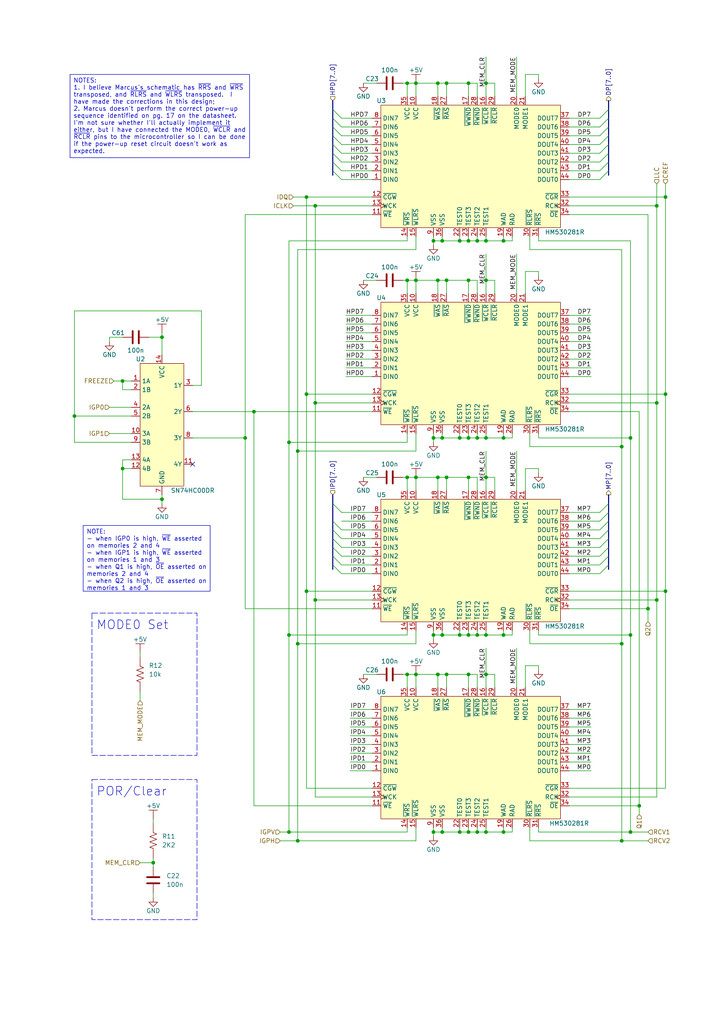
<source format=kicad_sch>
(kicad_sch (version 20230121) (generator eeschema)
  (paper "A4" portrait)
  (title_block (title "Time Base Corrector and Video Scaler") (date "2024-01-15") (rev "1"))
  (lib_symbols
    (symbol "tbc:+5V" (power) (pin_numbers hide) (pin_names (offset 1.016) hide)
      (property "Value" "+5V" (at 0 3.81 0))
      (symbol "+5V_0_1"
        (polyline (pts (xy -1.27 2.54) (xy 1.27 2.54)))
        (polyline (pts (xy 0 0) (xy 0 2.54)))
      )
      (symbol "+5V_1_1"
        (pin power_in line (at 0 0 90) (length 0) hide (name "+5V") (number "1"))
      )
    )
    (symbol "tbc:GCJ188R71H104KA12D" (pin_numbers hide) (pin_names (offset 1.016))
      (property "Reference" "C" (at 0 3.81 0))
      (property "Value" "100n" (at 0 -3.81 0))
      (symbol "GCJ188R71H104KA12D_0_1"
        (rectangle (start -0.889 1.778) (end -0.889 -1.778) (stroke (width 0.508)))
        (rectangle (start 0.889 1.778) (end 0.889 -1.778) (stroke (width 0.508)))
      )
      (symbol "GCJ188R71H104KA12D_1_1"
        (pin passive line (at -3.81 0 0) (length 2.794) (name "~") (number "1"))
        (pin passive line (at 3.81 0 180) (length 2.794) (name "~") (number "2"))
      )
    )
    (symbol "tbc:GND" (power) (pin_numbers hide) (pin_names (offset 0) hide)
      (property "Value" "GND" (at 0 -3.81 0))
      (symbol "GND_0_1"
        (polyline (pts (xy 0 0) (xy 0 -1.27) (xy 1.27 -1.27) (xy 0 -2.54) (xy -1.27 -1.27) (xy 0 -1.27)))
      )
      (symbol "GND_1_1"
        (pin power_in line (at 0 0 270) (length 0) hide (name "GND") (number "1"))
      )
    )
    (symbol "tbc:HM530281R"
      (property "Reference" "U" (at -25.4 19.05 0))
      (property "Value" "HM530281R" (at 25.4 -19.05 0))
      (symbol "HM530281R_0_0"
        (pin input line (at -29.21 -3.81 0) (length 2.54) (name "DIN0") (number "1"))
        (pin power_in line (at -16.51 20.32 270) (length 2.54) (name "VCC") (number "10"))
        (pin input line (at -29.21 -13.97 0) (length 2.54) (name "~{WE}") (number "11"))
        (pin input line (at -29.21 -8.89 0) (length 2.54) (name "~{CGW}") (number "12"))
        (pin input line (at -19.05 -20.32 90) (length 2.54) (name "~{WRS}") (number "14"))
        (pin input line (at -16.51 -20.32 90) (length 2.54) (name "~{WLRS}") (number "15"))
        (pin input line (at 3.81 20.32 270) (length 2.54) (name "~{WCLR}") (number "16"))
        (pin input line (at -1.27 20.32 270) (length 2.54) (name "~{WWND}") (number "17"))
        (pin input line (at -10.16 20.32 270) (length 2.54) (name "~{WAS}") (number "18"))
        (pin input line (at 8.89 -20.32 90) (length 2.54) (name "WAD") (number "19"))
        (pin input line (at -29.21 -1.27 0) (length 2.54) (name "DIN1") (number "2"))
        (pin input line (at 12.7 20.32 270) (length 2.54) (name "MODE0") (number "20"))
        (pin input line (at 15.24 20.32 270) (length 2.54) (name "MODE1") (number "21"))
        (pin input line (at -3.81 -20.32 90) (length 2.54) (name "TEST0") (number "22"))
        (pin input line (at -1.27 -20.32 90) (length 2.54) (name "TEST3") (number "23"))
        (pin input line (at 1.27 -20.32 90) (length 2.54) (name "TEST2") (number "24"))
        (pin input line (at 3.81 -20.32 90) (length 2.54) (name "TEST1") (number "25"))
        (pin input line (at 11.43 -20.32 90) (length 2.54) (name "RAD") (number "26"))
        (pin input line (at -7.62 20.32 270) (length 2.54) (name "~{RAS}") (number "27"))
        (pin input line (at 1.27 20.32 270) (length 2.54) (name "~{RWND}") (number "28"))
        (pin input line (at 6.35 20.32 270) (length 2.54) (name "~{RCLR}") (number "29"))
        (pin input line (at -29.21 1.27 0) (length 2.54) (name "DIN2") (number "3"))
        (pin input line (at 16.51 -20.32 90) (length 2.54) (name "~{RLRS}") (number "30"))
        (pin input line (at 19.05 -20.32 90) (length 2.54) (name "~{RRS}") (number "31"))
        (pin input line (at 27.94 -8.89 180) (length 2.54) (name "~{CGR}") (number "33"))
        (pin input line (at 27.94 -13.97 180) (length 2.54) (name "~{OE}") (number "34"))
        (pin power_in line (at -19.05 20.32 270) (length 2.54) (name "VCC") (number "35"))
        (pin power_in line (at -8.89 -20.32 90) (length 2.54) (name "VSS") (number "36"))
        (pin tri_state line (at 27.94 13.97 180) (length 2.54) (name "DOUT7") (number "37"))
        (pin tri_state line (at 27.94 11.43 180) (length 2.54) (name "DOUT6") (number "38"))
        (pin tri_state line (at 27.94 8.89 180) (length 2.54) (name "DOUT5") (number "39"))
        (pin input line (at -29.21 3.81 0) (length 2.54) (name "DIN3") (number "4"))
        (pin tri_state line (at 27.94 6.35 180) (length 2.54) (name "DOUT4") (number "40"))
        (pin tri_state line (at 27.94 3.81 180) (length 2.54) (name "DOUT3") (number "41"))
        (pin tri_state line (at 27.94 1.27 180) (length 2.54) (name "DOUT2") (number "42"))
        (pin tri_state line (at 27.94 -1.27 180) (length 2.54) (name "DOUT1") (number "43"))
        (pin tri_state line (at 27.94 -3.81 180) (length 2.54) (name "DOUT0") (number "44"))
        (pin input line (at -29.21 6.35 0) (length 2.54) (name "DIN4") (number "5"))
        (pin input line (at -29.21 8.89 0) (length 2.54) (name "DIN5") (number "6"))
        (pin input line (at -29.21 11.43 0) (length 2.54) (name "DIN6") (number "7"))
        (pin input line (at -29.21 13.97 0) (length 2.54) (name "DIN7") (number "8"))
        (pin power_in line (at -11.43 -20.32 90) (length 2.54) (name "VSS") (number "9"))
      )
      (symbol "HM530281R_1_0"
        (pin input clock (at -29.21 -11.43 0) (length 2.54) (name "WCK") (number "13"))
        (pin input clock (at 27.94 -11.43 180) (length 2.54) (name "RCK") (number "32"))
      )
      (symbol "HM530281R_1_1"
        (rectangle (start -26.67 17.78) (end 25.4 -17.78) (fill (type background)))
      )
    )
    (symbol "tbc:RC0603FR-0710KL" (pin_numbers hide) (pin_names (offset 1.016))
      (symbol "RC0603FR-0710KL_0_1"
        (polyline (pts (xy -2.2225 0) (xy -2.4765 0)))
        (polyline (pts (xy 2.3495 0) (xy 2.6035 0)))
        (polyline (pts (xy -2.2225 0) (xy -1.8415 1.016) (xy -1.4605 0) (xy -1.0795 -1.016) (xy -0.6985 0)))
        (polyline (pts (xy -0.6985 0) (xy -0.3175 1.016) (xy 0.0635 0) (xy 0.4445 -1.016) (xy 0.8255 0)))
        (polyline (pts (xy 0.8255 0) (xy 1.2065 1.016) (xy 1.5875 0) (xy 1.9685 -1.016) (xy 2.3495 0)))
      )
      (symbol "RC0603FR-0710KL_1_1"
        (pin passive line (at -5.08 0 0) (length 2.54) (name "~") (number "1"))
        (pin passive line (at 5.08 0 180) (length 2.54) (name "~") (number "2"))
      )
    )
    (symbol "tbc:RC0603FR-072K2L" (pin_numbers hide) (pin_names (offset 1.016))
      (property "Reference" "R" (at 0 -2.54 0))
      (property "Value" "2K2" (at 0 2.54 0))
      (symbol "RC0603FR-072K2L_0_1"
        (polyline (pts (xy -2.2225 0) (xy -2.4765 0)))
        (polyline (pts (xy 2.3495 0) (xy 2.6035 0)))
        (polyline (pts (xy -2.2225 0) (xy -1.8415 1.016) (xy -1.4605 0) (xy -1.0795 -1.016) (xy -0.6985 0)))
        (polyline (pts (xy -0.6985 0) (xy -0.3175 1.016) (xy 0.0635 0) (xy 0.4445 -1.016) (xy 0.8255 0)))
        (polyline (pts (xy 0.8255 0) (xy 1.2065 1.016) (xy 1.5875 0) (xy 1.9685 -1.016) (xy 2.3495 0)))
      )
      (symbol "RC0603FR-072K2L_1_1"
        (pin passive line (at -5.08 0 0) (length 2.54) (name "~") (number "1"))
        (pin passive line (at 5.08 0 180) (length 2.54) (name "~") (number "2"))
      )
    )
    (symbol "tbc:SN74HC00DR"
      (property "Reference" "U" (at -6.35 17.78 0))
      (property "Value" "SN74HC00DR" (at 8.89 -21.59 0))
      (symbol "SN74HC00DR_0_0"
        (pin input line (at -8.89 11.43 0) (length 2.54) (name "1A") (number "1"))
        (pin input line (at -8.89 -3.81 0) (length 2.54) (name "3A") (number "10"))
        (pin output line (at 8.89 -12.7 180) (length 2.54) (name "4Y") (number "11"))
        (pin input line (at -8.89 -13.97 0) (length 2.54) (name "4B") (number "12"))
        (pin input line (at -8.89 -11.43 0) (length 2.54) (name "4A") (number "13"))
        (pin power_in line (at 0 19.05 270) (length 2.54) (name "VCC") (number "14"))
        (pin input line (at -8.89 8.89 0) (length 2.54) (name "1B") (number "2"))
        (pin output line (at 8.89 10.16 180) (length 2.54) (name "1Y") (number "3"))
        (pin input line (at -8.89 3.81 0) (length 2.54) (name "2A") (number "4"))
        (pin input line (at -8.89 1.27 0) (length 2.54) (name "2B") (number "5"))
        (pin output line (at 8.89 2.54 180) (length 2.54) (name "2Y") (number "6"))
        (pin power_in line (at 0 -21.59 90) (length 2.54) (name "GND") (number "7"))
        (pin output line (at 8.89 -5.08 180) (length 2.54) (name "3Y") (number "8"))
        (pin input line (at -8.89 -6.35 0) (length 2.54) (name "3B") (number "9"))
      )
      (symbol "SN74HC00DR_1_1"
        (rectangle (start -6.35 16.51) (end 6.35 -19.05) (fill (type background)))
      )
    )
  )
  (junction (at 127 138.43))
  (junction (at 88.9 57.15))
  (junction (at 146.05 69.85))
  (junction (at 91.44 59.69))
  (junction (at 120.65 195.58))
  (junction (at 83.82 241.3))
  (junction (at 193.04 57.15))
  (junction (at 129.54 81.28))
  (junction (at 128.27 127))
  (junction (at 190.5 116.84))
  (junction (at 140.97 184.15))
  (junction (at 146.05 127))
  (junction (at 46.99 97.79))
  (junction (at 133.35 184.15))
  (junction (at 21.59 120.65))
  (junction (at 118.11 24.13))
  (junction (at 140.97 241.3))
  (junction (at 125.73 241.3))
  (junction (at 83.82 184.15))
  (junction (at 180.34 243.84))
  (junction (at 135.89 24.13))
  (junction (at 129.54 24.13))
  (junction (at 135.89 81.28))
  (junction (at 125.73 69.85))
  (junction (at 73.66 119.38))
  (junction (at 138.43 184.15))
  (junction (at 86.36 243.84))
  (junction (at 146.05 184.15))
  (junction (at 127 195.58))
  (junction (at 91.44 116.84))
  (junction (at 125.73 127))
  (junction (at 86.36 130.81))
  (junction (at 120.65 81.28))
  (junction (at 120.65 24.13))
  (junction (at 187.96 176.53))
  (junction (at 135.89 195.58))
  (junction (at 190.5 59.69))
  (junction (at 185.42 233.68))
  (junction (at 128.27 184.15))
  (junction (at 180.34 129.54))
  (junction (at 35.56 110.49))
  (junction (at 138.43 241.3))
  (junction (at 135.89 138.43))
  (junction (at 135.89 69.85))
  (junction (at 135.89 184.15))
  (junction (at 133.35 241.3))
  (junction (at 182.88 184.15))
  (junction (at 127 81.28))
  (junction (at 88.9 114.3))
  (junction (at 146.05 241.3))
  (junction (at 125.73 184.15))
  (junction (at 46.99 144.78))
  (junction (at 140.97 24.13))
  (junction (at 135.89 241.3))
  (junction (at 127 24.13))
  (junction (at 140.97 138.43))
  (junction (at 140.97 81.28))
  (junction (at 190.5 173.99))
  (junction (at 128.27 69.85))
  (junction (at 91.44 173.99))
  (junction (at 118.11 138.43))
  (junction (at 35.56 135.89))
  (junction (at 129.54 195.58))
  (junction (at 133.35 69.85))
  (junction (at 118.11 81.28))
  (junction (at 88.9 171.45))
  (junction (at 83.82 128.27))
  (junction (at 138.43 69.85))
  (junction (at 71.12 127))
  (junction (at 193.04 114.3))
  (junction (at 182.88 241.3))
  (junction (at 182.88 127))
  (junction (at 140.97 127))
  (junction (at 133.35 127))
  (junction (at 135.89 127))
  (junction (at 180.34 186.69))
  (junction (at 120.65 138.43))
  (junction (at 44.45 250.19))
  (junction (at 193.04 171.45))
  (junction (at 140.97 195.58))
  (junction (at 128.27 241.3))
  (junction (at 138.43 127))
  (junction (at 86.36 186.69))
  (junction (at 118.11 195.58))
  (junction (at 140.97 69.85))
  (junction (at 129.54 138.43))
  (no_connect (at 55.88 134.62))
  (bus_entry (at 173.99 46.99) (size 2.54 -2.54))
  (bus_entry (at 173.99 34.29) (size 2.54 -2.54))
  (bus_entry (at 173.99 52.07) (size 2.54 -2.54))
  (bus_entry (at 173.99 158.75) (size 2.54 -2.54))
  (bus_entry (at 173.99 161.29) (size 2.54 -2.54))
  (bus_entry (at 96.52 153.67) (size 2.54 2.54))
  (bus_entry (at 173.99 41.91) (size 2.54 -2.54))
  (bus_entry (at 173.99 156.21) (size 2.54 -2.54))
  (bus_entry (at 96.52 41.91) (size 2.54 2.54))
  (bus_entry (at 173.99 44.45) (size 2.54 -2.54))
  (bus_entry (at 173.99 39.37) (size 2.54 -2.54))
  (bus_entry (at 96.52 156.21) (size 2.54 2.54))
  (bus_entry (at 96.52 146.05) (size 2.54 2.54))
  (bus_entry (at 96.52 39.37) (size 2.54 2.54))
  (bus_entry (at 96.52 151.13) (size 2.54 2.54))
  (bus_entry (at 173.99 148.59) (size 2.54 -2.54))
  (bus_entry (at 173.99 153.67) (size 2.54 -2.54))
  (bus_entry (at 96.52 158.75) (size 2.54 2.54))
  (bus_entry (at 173.99 166.37) (size 2.54 -2.54))
  (bus_entry (at 96.52 163.83) (size 2.54 2.54))
  (bus_entry (at 96.52 49.53) (size 2.54 2.54))
  (bus_entry (at 96.52 31.75) (size 2.54 2.54))
  (bus_entry (at 96.52 36.83) (size 2.54 2.54))
  (bus_entry (at 96.52 46.99) (size 2.54 2.54))
  (bus_entry (at 173.99 49.53) (size 2.54 -2.54))
  (bus_entry (at 173.99 163.83) (size 2.54 -2.54))
  (bus_entry (at 173.99 151.13) (size 2.54 -2.54))
  (bus_entry (at 96.52 44.45) (size 2.54 2.54))
  (bus_entry (at 173.99 36.83) (size 2.54 -2.54))
  (bus_entry (at 96.52 161.29) (size 2.54 2.54))
  (bus_entry (at 96.52 34.29) (size 2.54 2.54))
  (wire (pts (xy 127 81.28) (xy 129.54 81.28)))
  (wire (pts (xy 129.54 81.28) (xy 129.54 85.09)))
  (wire (pts (xy 152.4 135.89) (xy 152.4 142.24)))
  (wire (pts (xy 165.1 39.37) (xy 173.99 39.37)))
  (wire (pts (xy 165.1 233.68) (xy 185.42 233.68)))
  (bus (pts (xy 176.53 153.67) (xy 176.53 156.21)))
  (wire (pts (xy 107.95 114.3) (xy 88.9 114.3)))
  (wire (pts (xy 138.43 68.58) (xy 138.43 69.85)))
  (bus (pts (xy 96.52 156.21) (xy 96.52 158.75)))
  (wire (pts (xy 31.75 125.73) (xy 38.1 125.73)))
  (wire (pts (xy 120.65 243.84) (xy 86.36 243.84)))
  (wire (pts (xy 148.59 69.85) (xy 148.59 68.58)))
  (wire (pts (xy 140.97 195.58) (xy 143.51 195.58)))
  (bus (pts (xy 96.52 39.37) (xy 96.52 41.91)))
  (wire (pts (xy 83.82 69.85) (xy 118.11 69.85)))
  (wire (pts (xy 118.11 138.43) (xy 120.65 138.43)))
  (bus (pts (xy 176.53 36.83) (xy 176.53 39.37)))
  (wire (pts (xy 100.33 106.68) (xy 107.95 106.68)))
  (wire (pts (xy 81.28 243.84) (xy 86.36 243.84)))
  (wire (pts (xy 190.5 231.14) (xy 165.1 231.14)))
  (wire (pts (xy 118.11 195.58) (xy 120.65 195.58)))
  (wire (pts (xy 127 195.58) (xy 127 199.39)))
  (wire (pts (xy 120.65 195.58) (xy 127 195.58)))
  (wire (pts (xy 101.6 223.52) (xy 107.95 223.52)))
  (wire (pts (xy 118.11 24.13) (xy 118.11 27.94)))
  (wire (pts (xy 120.65 81.28) (xy 127 81.28)))
  (wire (pts (xy 180.34 72.39) (xy 153.67 72.39)))
  (wire (pts (xy 101.6 220.98) (xy 107.95 220.98)))
  (bus (pts (xy 176.53 34.29) (xy 176.53 36.83)))
  (wire (pts (xy 140.97 81.28) (xy 143.51 81.28)))
  (wire (pts (xy 71.12 176.53) (xy 107.95 176.53)))
  (wire (pts (xy 107.95 59.69) (xy 91.44 59.69)))
  (wire (pts (xy 165.1 36.83) (xy 173.99 36.83)))
  (bus (pts (xy 96.52 151.13) (xy 96.52 153.67)))
  (wire (pts (xy 133.35 69.85) (xy 135.89 69.85)))
  (wire (pts (xy 165.1 218.44) (xy 171.45 218.44)))
  (wire (pts (xy 140.97 16.51) (xy 140.97 24.13)))
  (wire (pts (xy 165.1 176.53) (xy 187.96 176.53)))
  (wire (pts (xy 140.97 24.13) (xy 143.51 24.13)))
  (wire (pts (xy 128.27 241.3) (xy 133.35 241.3)))
  (wire (pts (xy 135.89 68.58) (xy 135.89 69.85)))
  (wire (pts (xy 146.05 182.88) (xy 146.05 184.15)))
  (wire (pts (xy 100.33 101.6) (xy 107.95 101.6)))
  (wire (pts (xy 138.43 81.28) (xy 135.89 81.28)))
  (wire (pts (xy 140.97 24.13) (xy 140.97 27.94)))
  (wire (pts (xy 21.59 120.65) (xy 38.1 120.65)))
  (wire (pts (xy 138.43 69.85) (xy 140.97 69.85)))
  (wire (pts (xy 105.41 195.58) (xy 109.22 195.58)))
  (wire (pts (xy 118.11 182.88) (xy 118.11 184.15)))
  (wire (pts (xy 165.1 101.6) (xy 171.45 101.6)))
  (wire (pts (xy 133.35 241.3) (xy 135.89 241.3)))
  (bus (pts (xy 96.52 146.05) (xy 96.52 151.13)))
  (bus (pts (xy 96.52 49.53) (xy 96.52 50.8)))
  (wire (pts (xy 138.43 125.73) (xy 138.43 127)))
  (wire (pts (xy 165.1 62.23) (xy 187.96 62.23)))
  (wire (pts (xy 156.21 22.86) (xy 156.21 21.59)))
  (wire (pts (xy 88.9 171.45) (xy 107.95 171.45)))
  (wire (pts (xy 55.88 127) (xy 71.12 127)))
  (wire (pts (xy 165.1 151.13) (xy 173.99 151.13)))
  (wire (pts (xy 135.89 81.28) (xy 135.89 85.09)))
  (wire (pts (xy 91.44 116.84) (xy 91.44 173.99)))
  (wire (pts (xy 125.73 184.15) (xy 128.27 184.15)))
  (wire (pts (xy 193.04 114.3) (xy 193.04 171.45)))
  (wire (pts (xy 138.43 241.3) (xy 140.97 241.3)))
  (wire (pts (xy 83.82 128.27) (xy 83.82 69.85)))
  (bus (pts (xy 96.52 34.29) (xy 96.52 36.83)))
  (wire (pts (xy 165.1 34.29) (xy 173.99 34.29)))
  (wire (pts (xy 133.35 240.03) (xy 133.35 241.3)))
  (wire (pts (xy 35.56 135.89) (xy 38.1 135.89)))
  (wire (pts (xy 135.89 182.88) (xy 135.89 184.15)))
  (wire (pts (xy 128.27 184.15) (xy 133.35 184.15)))
  (bus (pts (xy 176.53 151.13) (xy 176.53 153.67)))
  (wire (pts (xy 55.88 119.38) (xy 73.66 119.38)))
  (wire (pts (xy 190.5 59.69) (xy 190.5 116.84)))
  (wire (pts (xy 156.21 78.74) (xy 152.4 78.74)))
  (wire (pts (xy 180.34 72.39) (xy 180.34 129.54)))
  (wire (pts (xy 120.65 125.73) (xy 120.65 130.81)))
  (wire (pts (xy 146.05 127) (xy 148.59 127)))
  (wire (pts (xy 165.1 153.67) (xy 173.99 153.67)))
  (wire (pts (xy 101.6 213.36) (xy 107.95 213.36)))
  (wire (pts (xy 35.56 110.49) (xy 38.1 110.49)))
  (wire (pts (xy 71.12 62.23) (xy 107.95 62.23)))
  (bus (pts (xy 176.53 156.21) (xy 176.53 158.75)))
  (wire (pts (xy 118.11 240.03) (xy 118.11 241.3)))
  (wire (pts (xy 138.43 240.03) (xy 138.43 241.3)))
  (wire (pts (xy 156.21 193.04) (xy 152.4 193.04)))
  (bus (pts (xy 176.53 158.75) (xy 176.53 161.29)))
  (wire (pts (xy 118.11 81.28) (xy 120.65 81.28)))
  (wire (pts (xy 138.43 81.28) (xy 138.43 85.09)))
  (wire (pts (xy 101.6 218.44) (xy 107.95 218.44)))
  (wire (pts (xy 135.89 69.85) (xy 138.43 69.85)))
  (wire (pts (xy 165.1 109.22) (xy 171.45 109.22)))
  (wire (pts (xy 133.35 125.73) (xy 133.35 127)))
  (wire (pts (xy 153.67 243.84) (xy 180.34 243.84)))
  (wire (pts (xy 156.21 127) (xy 156.21 125.73)))
  (wire (pts (xy 127 138.43) (xy 129.54 138.43)))
  (wire (pts (xy 190.5 116.84) (xy 190.5 173.99)))
  (wire (pts (xy 156.21 241.3) (xy 182.88 241.3)))
  (wire (pts (xy 182.88 127) (xy 182.88 184.15)))
  (wire (pts (xy 135.89 127) (xy 138.43 127)))
  (wire (pts (xy 165.1 148.59) (xy 173.99 148.59)))
  (wire (pts (xy 156.21 69.85) (xy 156.21 68.58)))
  (wire (pts (xy 99.06 39.37) (xy 107.95 39.37)))
  (wire (pts (xy 146.05 241.3) (xy 148.59 241.3)))
  (wire (pts (xy 133.35 184.15) (xy 135.89 184.15)))
  (wire (pts (xy 120.65 72.39) (xy 120.65 68.58)))
  (wire (pts (xy 73.66 119.38) (xy 107.95 119.38)))
  (wire (pts (xy 180.34 129.54) (xy 180.34 186.69)))
  (wire (pts (xy 120.65 240.03) (xy 120.65 243.84)))
  (wire (pts (xy 31.75 118.11) (xy 38.1 118.11)))
  (wire (pts (xy 133.35 127) (xy 135.89 127)))
  (wire (pts (xy 81.28 241.3) (xy 83.82 241.3)))
  (wire (pts (xy 99.06 156.21) (xy 107.95 156.21)))
  (wire (pts (xy 193.04 57.15) (xy 165.1 57.15)))
  (wire (pts (xy 127 138.43) (xy 127 142.24)))
  (wire (pts (xy 100.33 109.22) (xy 107.95 109.22)))
  (wire (pts (xy 118.11 81.28) (xy 118.11 85.09)))
  (wire (pts (xy 105.41 81.28) (xy 109.22 81.28)))
  (wire (pts (xy 143.51 85.09) (xy 143.51 81.28)))
  (wire (pts (xy 118.11 69.85) (xy 118.11 68.58)))
  (wire (pts (xy 46.99 144.78) (xy 35.56 144.78)))
  (wire (pts (xy 138.43 24.13) (xy 138.43 27.94)))
  (wire (pts (xy 152.4 193.04) (xy 152.4 199.39)))
  (wire (pts (xy 156.21 184.15) (xy 156.21 182.88)))
  (wire (pts (xy 99.06 163.83) (xy 107.95 163.83)))
  (bus (pts (xy 96.52 163.83) (xy 96.52 165.1)))
  (wire (pts (xy 120.65 182.88) (xy 120.65 186.69)))
  (wire (pts (xy 193.04 228.6) (xy 165.1 228.6)))
  (wire (pts (xy 99.06 49.53) (xy 107.95 49.53)))
  (bus (pts (xy 176.53 148.59) (xy 176.53 151.13)))
  (wire (pts (xy 71.12 127) (xy 71.12 176.53)))
  (wire (pts (xy 193.04 53.34) (xy 193.04 57.15)))
  (wire (pts (xy 135.89 241.3) (xy 138.43 241.3)))
  (wire (pts (xy 128.27 68.58) (xy 128.27 69.85)))
  (wire (pts (xy 128.27 125.73) (xy 128.27 127)))
  (bus (pts (xy 176.53 146.05) (xy 176.53 148.59)))
  (wire (pts (xy 153.67 72.39) (xy 153.67 68.58)))
  (wire (pts (xy 165.1 99.06) (xy 171.45 99.06)))
  (wire (pts (xy 143.51 142.24) (xy 143.51 138.43)))
  (wire (pts (xy 148.59 241.3) (xy 148.59 240.03)))
  (wire (pts (xy 40.64 250.19) (xy 44.45 250.19)))
  (wire (pts (xy 185.42 233.68) (xy 185.42 119.38)))
  (wire (pts (xy 120.65 24.13) (xy 127 24.13)))
  (wire (pts (xy 44.45 248.92) (xy 44.45 250.19)))
  (wire (pts (xy 125.73 127) (xy 128.27 127)))
  (wire (pts (xy 88.9 228.6) (xy 88.9 171.45)))
  (wire (pts (xy 129.54 195.58) (xy 135.89 195.58)))
  (bus (pts (xy 176.53 31.75) (xy 176.53 34.29)))
  (wire (pts (xy 88.9 57.15) (xy 107.95 57.15)))
  (wire (pts (xy 105.41 138.43) (xy 109.22 138.43)))
  (wire (pts (xy 46.99 144.78) (xy 46.99 146.05)))
  (wire (pts (xy 127 195.58) (xy 129.54 195.58)))
  (wire (pts (xy 143.51 27.94) (xy 143.51 24.13)))
  (bus (pts (xy 96.52 158.75) (xy 96.52 161.29)))
  (wire (pts (xy 156.21 80.01) (xy 156.21 78.74)))
  (wire (pts (xy 140.97 68.58) (xy 140.97 69.85)))
  (wire (pts (xy 165.1 173.99) (xy 190.5 173.99)))
  (wire (pts (xy 153.67 129.54) (xy 153.67 125.73)))
  (wire (pts (xy 21.59 120.65) (xy 21.59 128.27)))
  (wire (pts (xy 148.59 184.15) (xy 148.59 182.88)))
  (wire (pts (xy 135.89 138.43) (xy 135.89 142.24)))
  (wire (pts (xy 107.95 231.14) (xy 91.44 231.14)))
  (wire (pts (xy 165.1 205.74) (xy 171.45 205.74)))
  (wire (pts (xy 125.73 241.3) (xy 125.73 242.57)))
  (wire (pts (xy 116.84 81.28) (xy 118.11 81.28)))
  (wire (pts (xy 182.88 241.3) (xy 187.96 241.3)))
  (wire (pts (xy 21.59 128.27) (xy 38.1 128.27)))
  (wire (pts (xy 88.9 57.15) (xy 88.9 114.3)))
  (wire (pts (xy 135.89 195.58) (xy 135.89 199.39)))
  (wire (pts (xy 182.88 127) (xy 182.88 69.85)))
  (wire (pts (xy 138.43 182.88) (xy 138.43 184.15)))
  (bus (pts (xy 176.53 46.99) (xy 176.53 49.53)))
  (wire (pts (xy 165.1 161.29) (xy 173.99 161.29)))
  (bus (pts (xy 96.52 143.51) (xy 96.52 146.05)))
  (wire (pts (xy 40.64 200.66) (xy 40.64 203.2)))
  (wire (pts (xy 185.42 236.22) (xy 185.42 233.68)))
  (wire (pts (xy 86.36 72.39) (xy 120.65 72.39)))
  (wire (pts (xy 138.43 138.43) (xy 135.89 138.43)))
  (wire (pts (xy 165.1 208.28) (xy 171.45 208.28)))
  (wire (pts (xy 140.97 184.15) (xy 146.05 184.15)))
  (wire (pts (xy 135.89 24.13) (xy 135.89 27.94)))
  (wire (pts (xy 165.1 49.53) (xy 173.99 49.53)))
  (wire (pts (xy 86.36 130.81) (xy 86.36 186.69)))
  (wire (pts (xy 118.11 138.43) (xy 118.11 142.24)))
  (wire (pts (xy 31.75 97.79) (xy 35.56 97.79)))
  (bus (pts (xy 176.53 29.21) (xy 176.53 31.75)))
  (wire (pts (xy 156.21 194.31) (xy 156.21 193.04)))
  (wire (pts (xy 86.36 130.81) (xy 120.65 130.81)))
  (bus (pts (xy 96.52 41.91) (xy 96.52 44.45)))
  (wire (pts (xy 182.88 127) (xy 156.21 127)))
  (wire (pts (xy 118.11 128.27) (xy 118.11 125.73)))
  (wire (pts (xy 153.67 182.88) (xy 153.67 186.69)))
  (wire (pts (xy 156.21 135.89) (xy 152.4 135.89)))
  (wire (pts (xy 165.1 46.99) (xy 173.99 46.99)))
  (wire (pts (xy 58.42 111.76) (xy 58.42 90.17)))
  (bus (pts (xy 176.53 41.91) (xy 176.53 44.45)))
  (wire (pts (xy 165.1 116.84) (xy 190.5 116.84)))
  (wire (pts (xy 156.21 21.59) (xy 152.4 21.59)))
  (wire (pts (xy 99.06 46.99) (xy 107.95 46.99)))
  (wire (pts (xy 125.73 184.15) (xy 125.73 185.42)))
  (wire (pts (xy 118.11 24.13) (xy 120.65 24.13)))
  (wire (pts (xy 140.97 127) (xy 146.05 127)))
  (wire (pts (xy 193.04 171.45) (xy 193.04 228.6)))
  (wire (pts (xy 120.65 138.43) (xy 127 138.43)))
  (wire (pts (xy 73.66 119.38) (xy 73.66 233.68)))
  (wire (pts (xy 193.04 57.15) (xy 193.04 114.3)))
  (wire (pts (xy 118.11 195.58) (xy 118.11 199.39)))
  (wire (pts (xy 129.54 24.13) (xy 129.54 27.94)))
  (wire (pts (xy 99.06 34.29) (xy 107.95 34.29)))
  (wire (pts (xy 116.84 24.13) (xy 118.11 24.13)))
  (wire (pts (xy 99.06 41.91) (xy 107.95 41.91)))
  (wire (pts (xy 146.05 69.85) (xy 148.59 69.85)))
  (wire (pts (xy 165.1 156.21) (xy 173.99 156.21)))
  (wire (pts (xy 128.27 182.88) (xy 128.27 184.15)))
  (wire (pts (xy 143.51 199.39) (xy 143.51 195.58)))
  (wire (pts (xy 148.59 127) (xy 148.59 125.73)))
  (bus (pts (xy 96.52 44.45) (xy 96.52 46.99)))
  (wire (pts (xy 100.33 93.98) (xy 107.95 93.98)))
  (wire (pts (xy 120.65 24.13) (xy 120.65 27.94)))
  (wire (pts (xy 35.56 133.35) (xy 38.1 133.35)))
  (wire (pts (xy 149.86 16.51) (xy 149.86 27.94)))
  (wire (pts (xy 107.95 228.6) (xy 88.9 228.6)))
  (wire (pts (xy 125.73 240.03) (xy 125.73 241.3)))
  (wire (pts (xy 153.67 186.69) (xy 180.34 186.69)))
  (wire (pts (xy 165.1 158.75) (xy 173.99 158.75)))
  (wire (pts (xy 128.27 127) (xy 133.35 127)))
  (wire (pts (xy 180.34 243.84) (xy 187.96 243.84)))
  (wire (pts (xy 101.6 208.28) (xy 107.95 208.28)))
  (wire (pts (xy 165.1 52.07) (xy 173.99 52.07)))
  (wire (pts (xy 73.66 233.68) (xy 107.95 233.68)))
  (wire (pts (xy 156.21 137.16) (xy 156.21 135.89)))
  (bus (pts (xy 176.53 44.45) (xy 176.53 46.99)))
  (wire (pts (xy 40.64 189.23) (xy 40.64 190.5)))
  (wire (pts (xy 165.1 163.83) (xy 173.99 163.83)))
  (wire (pts (xy 35.56 135.89) (xy 35.56 133.35)))
  (wire (pts (xy 46.99 97.79) (xy 46.99 102.87)))
  (wire (pts (xy 129.54 138.43) (xy 129.54 142.24)))
  (bus (pts (xy 176.53 49.53) (xy 176.53 50.8)))
  (wire (pts (xy 99.06 44.45) (xy 107.95 44.45)))
  (wire (pts (xy 140.97 138.43) (xy 140.97 142.24)))
  (wire (pts (xy 165.1 215.9) (xy 171.45 215.9)))
  (wire (pts (xy 58.42 90.17) (xy 21.59 90.17)))
  (wire (pts (xy 38.1 113.03) (xy 35.56 113.03)))
  (wire (pts (xy 43.18 97.79) (xy 46.99 97.79)))
  (bus (pts (xy 96.52 36.83) (xy 96.52 39.37)))
  (wire (pts (xy 91.44 173.99) (xy 107.95 173.99)))
  (wire (pts (xy 140.97 130.81) (xy 140.97 138.43)))
  (wire (pts (xy 138.43 138.43) (xy 138.43 142.24)))
  (wire (pts (xy 146.05 68.58) (xy 146.05 69.85)))
  (wire (pts (xy 152.4 78.74) (xy 152.4 85.09)))
  (wire (pts (xy 129.54 195.58) (xy 129.54 199.39)))
  (wire (pts (xy 165.1 213.36) (xy 171.45 213.36)))
  (wire (pts (xy 116.84 195.58) (xy 118.11 195.58)))
  (wire (pts (xy 125.73 127) (xy 125.73 128.27)))
  (wire (pts (xy 165.1 220.98) (xy 171.45 220.98)))
  (wire (pts (xy 185.42 119.38) (xy 165.1 119.38)))
  (wire (pts (xy 165.1 210.82) (xy 171.45 210.82)))
  (wire (pts (xy 146.05 125.73) (xy 146.05 127)))
  (wire (pts (xy 133.35 68.58) (xy 133.35 69.85)))
  (wire (pts (xy 100.33 96.52) (xy 107.95 96.52)))
  (bus (pts (xy 176.53 163.83) (xy 176.53 165.1)))
  (wire (pts (xy 58.42 111.76) (xy 55.88 111.76)))
  (wire (pts (xy 129.54 81.28) (xy 135.89 81.28)))
  (wire (pts (xy 99.06 148.59) (xy 107.95 148.59)))
  (wire (pts (xy 85.09 57.15) (xy 88.9 57.15)))
  (wire (pts (xy 99.06 151.13) (xy 107.95 151.13)))
  (wire (pts (xy 165.1 41.91) (xy 173.99 41.91)))
  (wire (pts (xy 120.65 138.43) (xy 120.65 142.24)))
  (bus (pts (xy 96.52 29.21) (xy 96.52 31.75)))
  (wire (pts (xy 46.99 96.52) (xy 46.99 97.79)))
  (wire (pts (xy 165.1 93.98) (xy 171.45 93.98)))
  (wire (pts (xy 146.05 184.15) (xy 148.59 184.15)))
  (wire (pts (xy 165.1 223.52) (xy 171.45 223.52)))
  (wire (pts (xy 128.27 240.03) (xy 128.27 241.3)))
  (wire (pts (xy 127 24.13) (xy 127 27.94)))
  (wire (pts (xy 100.33 104.14) (xy 107.95 104.14)))
  (wire (pts (xy 140.97 69.85) (xy 146.05 69.85)))
  (wire (pts (xy 146.05 240.03) (xy 146.05 241.3)))
  (wire (pts (xy 99.06 161.29) (xy 107.95 161.29)))
  (wire (pts (xy 190.5 59.69) (xy 165.1 59.69)))
  (wire (pts (xy 182.88 184.15) (xy 156.21 184.15)))
  (wire (pts (xy 46.99 143.51) (xy 46.99 144.78)))
  (wire (pts (xy 99.06 36.83) (xy 107.95 36.83)))
  (wire (pts (xy 165.1 96.52) (xy 171.45 96.52)))
  (wire (pts (xy 140.97 187.96) (xy 140.97 195.58)))
  (wire (pts (xy 129.54 138.43) (xy 135.89 138.43)))
  (wire (pts (xy 33.02 110.49) (xy 35.56 110.49)))
  (wire (pts (xy 140.97 241.3) (xy 146.05 241.3)))
  (wire (pts (xy 153.67 240.03) (xy 153.67 243.84)))
  (wire (pts (xy 120.65 195.58) (xy 120.65 199.39)))
  (wire (pts (xy 180.34 186.69) (xy 180.34 243.84)))
  (wire (pts (xy 135.89 240.03) (xy 135.89 241.3)))
  (wire (pts (xy 85.09 59.69) (xy 91.44 59.69)))
  (wire (pts (xy 190.5 173.99) (xy 190.5 231.14)))
  (wire (pts (xy 83.82 128.27) (xy 83.82 184.15)))
  (wire (pts (xy 187.96 176.53) (xy 187.96 62.23)))
  (wire (pts (xy 149.86 187.96) (xy 149.86 199.39)))
  (wire (pts (xy 138.43 24.13) (xy 135.89 24.13)))
  (bus (pts (xy 176.53 39.37) (xy 176.53 41.91)))
  (wire (pts (xy 35.56 144.78) (xy 35.56 135.89)))
  (bus (pts (xy 96.52 31.75) (xy 96.52 34.29)))
  (wire (pts (xy 152.4 21.59) (xy 152.4 27.94)))
  (bus (pts (xy 176.53 161.29) (xy 176.53 163.83)))
  (wire (pts (xy 35.56 113.03) (xy 35.56 110.49)))
  (wire (pts (xy 165.1 91.44) (xy 171.45 91.44)))
  (wire (pts (xy 180.34 129.54) (xy 153.67 129.54)))
  (wire (pts (xy 83.82 128.27) (xy 118.11 128.27)))
  (wire (pts (xy 138.43 184.15) (xy 140.97 184.15)))
  (wire (pts (xy 118.11 241.3) (xy 83.82 241.3)))
  (wire (pts (xy 100.33 91.44) (xy 107.95 91.44)))
  (wire (pts (xy 86.36 130.81) (xy 86.36 72.39)))
  (wire (pts (xy 190.5 53.34) (xy 190.5 59.69)))
  (wire (pts (xy 140.97 81.28) (xy 140.97 85.09)))
  (wire (pts (xy 133.35 182.88) (xy 133.35 184.15)))
  (wire (pts (xy 83.82 184.15) (xy 118.11 184.15)))
  (wire (pts (xy 125.73 241.3) (xy 128.27 241.3)))
  (wire (pts (xy 156.21 241.3) (xy 156.21 240.03)))
  (wire (pts (xy 149.86 130.81) (xy 149.86 142.24)))
  (wire (pts (xy 21.59 90.17) (xy 21.59 120.65)))
  (wire (pts (xy 44.45 250.19) (xy 44.45 251.46)))
  (wire (pts (xy 135.89 125.73) (xy 135.89 127)))
  (wire (pts (xy 44.45 237.49) (xy 44.45 238.76)))
  (wire (pts (xy 83.82 184.15) (xy 83.82 241.3)))
  (wire (pts (xy 125.73 68.58) (xy 125.73 69.85)))
  (wire (pts (xy 140.97 125.73) (xy 140.97 127)))
  (wire (pts (xy 135.89 184.15) (xy 138.43 184.15)))
  (wire (pts (xy 99.06 158.75) (xy 107.95 158.75)))
  (wire (pts (xy 127 81.28) (xy 127 85.09)))
  (bus (pts (xy 96.52 46.99) (xy 96.52 49.53)))
  (wire (pts (xy 165.1 166.37) (xy 173.99 166.37)))
  (wire (pts (xy 125.73 125.73) (xy 125.73 127)))
  (wire (pts (xy 125.73 69.85) (xy 128.27 69.85)))
  (bus (pts (xy 96.52 153.67) (xy 96.52 156.21)))
  (wire (pts (xy 182.88 184.15) (xy 182.88 241.3)))
  (wire (pts (xy 71.12 127) (xy 71.12 62.23)))
  (wire (pts (xy 165.1 104.14) (xy 171.45 104.14)))
  (wire (pts (xy 99.06 166.37) (xy 107.95 166.37)))
  (wire (pts (xy 128.27 69.85) (xy 133.35 69.85)))
  (wire (pts (xy 140.97 73.66) (xy 140.97 81.28)))
  (wire (pts (xy 125.73 182.88) (xy 125.73 184.15)))
  (wire (pts (xy 187.96 176.53) (xy 187.96 180.34)))
  (wire (pts (xy 138.43 127) (xy 140.97 127)))
  (wire (pts (xy 127 24.13) (xy 129.54 24.13)))
  (wire (pts (xy 165.1 44.45) (xy 173.99 44.45)))
  (wire (pts (xy 101.6 210.82) (xy 107.95 210.82)))
  (wire (pts (xy 105.41 24.13) (xy 109.22 24.13)))
  (wire (pts (xy 182.88 69.85) (xy 156.21 69.85)))
  (wire (pts (xy 44.45 259.08) (xy 44.45 260.35)))
  (wire (pts (xy 140.97 240.03) (xy 140.97 241.3)))
  (wire (pts (xy 101.6 215.9) (xy 107.95 215.9)))
  (wire (pts (xy 31.75 97.79) (xy 31.75 99.06)))
  (wire (pts (xy 165.1 114.3) (xy 193.04 114.3)))
  (wire (pts (xy 129.54 24.13) (xy 135.89 24.13)))
  (wire (pts (xy 86.36 186.69) (xy 86.36 243.84)))
  (wire (pts (xy 91.44 116.84) (xy 107.95 116.84)))
  (wire (pts (xy 99.06 52.07) (xy 107.95 52.07)))
  (wire (pts (xy 193.04 171.45) (xy 165.1 171.45)))
  (wire (pts (xy 125.73 69.85) (xy 125.73 71.12)))
  (wire (pts (xy 165.1 106.68) (xy 171.45 106.68)))
  (wire (pts (xy 116.84 138.43) (xy 118.11 138.43)))
  (bus (pts (xy 176.53 143.51) (xy 176.53 146.05)))
  (wire (pts (xy 100.33 99.06) (xy 107.95 99.06)))
  (wire (pts (xy 140.97 182.88) (xy 140.97 184.15)))
  (wire (pts (xy 149.86 73.66) (xy 149.86 85.09)))
  (wire (pts (xy 140.97 195.58) (xy 140.97 199.39)))
  (wire (pts (xy 99.06 153.67) (xy 107.95 153.67)))
  (wire (pts (xy 101.6 205.74) (xy 107.95 205.74)))
  (wire (pts (xy 120.65 81.28) (xy 120.65 85.09)))
  (bus (pts (xy 96.52 161.29) (xy 96.52 163.83)))
  (wire (pts (xy 88.9 114.3) (xy 88.9 171.45)))
  (wire (pts (xy 138.43 195.58) (xy 138.43 199.39)))
  (wire (pts (xy 86.36 186.69) (xy 120.65 186.69)))
  (wire (pts (xy 138.43 195.58) (xy 135.89 195.58)))
  (wire (pts (xy 91.44 59.69) (xy 91.44 116.84)))
  (wire (pts (xy 91.44 231.14) (xy 91.44 173.99)))
  (wire (pts (xy 140.97 138.43) (xy 143.51 138.43)))
  (rectangle (start 26.67 177.8) (end 57.15 219.075) (stroke (width 0) (type dash)))
  (rectangle (start 26.67 226.06) (end 57.15 266.7) (stroke (width 0) (type dash)))
  (text_box "NOTE:\n- when IGP0 is high, ~{WE} asserted on memories 2 and 4\n- when IGP1 is high, ~{WE} asserted on memories 1 and 3\n- when Q1 is high, ~{OE} asserted on memories 2 and 4\n- when Q2 is high, ~{OE} asserted on memories 1 and 3" (at 24.13 152.4 0) (size 36.83 19.05) (effects (font (size 1.27 1.27)) (justify left top)))
  (text_box "NOTES:\n1. I believe Marcus's schematic has ~{RRS} and ~{WRS} transposed, and ~{RLRS} and ~{WLRS} transposed.  I have made the corrections in this design;\n2. Marcus doesn't perform the correct power-up sequence identified on pg. 17 on the datasheet.  I'm not sure whether I'll actually implement it either, but I have connected the MODE0, ~{WCLR} and ~{RCLR} pins to the microcontroller so I can be done if the power-up reset circuit doesn't work as expected." (at 20.32 21.59 0) (size 52.07 24.13) (effects (font (size 1.27 1.27)) (justify left top)))
  (text "MODE0 Set" (at 27.94 182.88 0) (effects (font (size 2.54 2.54)) (justify left bottom)))
  (text "POR/Clear" (at 27.94 231.14 0) (effects (font (size 2.54 2.54)) (justify left bottom)))
  (label "HPD3" (at 100.33 101.6 0))
  (label "MEM_MODE" (at 149.86 73.66 270))
  (label "IPD4" (at 101.6 156.21 0))
  (label "MP2" (at 171.45 161.29 180))
  (label "MP7" (at 171.45 148.59 180))
  (label "DP4" (at 171.45 99.06 180))
  (label "IPD5" (at 101.6 210.82 0))
  (label "DP5" (at 171.45 96.52 180))
  (label "HPD2" (at 100.33 104.14 0))
  (label "IPD1" (at 101.6 163.83 0))
  (label "MP4" (at 171.45 156.21 180))
  (label "HPD3" (at 101.6 44.45 0))
  (label "MEM_CLR" (at 140.97 16.51 270))
  (label "IPD2" (at 101.6 161.29 0))
  (label "IPD0" (at 101.6 166.37 0))
  (label "IPD5" (at 101.6 153.67 0))
  (label "HPD6" (at 101.6 36.83 0))
  (label "IPD6" (at 101.6 151.13 0))
  (label "DP6" (at 171.45 93.98 180))
  (label "MP6" (at 171.45 151.13 180))
  (label "MP5" (at 171.45 153.67 180))
  (label "MP2" (at 171.45 218.44 180))
  (label "MEM_CLR" (at 140.97 73.66 270))
  (label "DP7" (at 171.45 91.44 180))
  (label "IPD7" (at 101.6 205.74 0))
  (label "IPD1" (at 101.6 220.98 0))
  (label "HPD5" (at 100.33 96.52 0))
  (label "DP5" (at 171.45 39.37 180))
  (label "IPD4" (at 101.6 213.36 0))
  (label "IPD6" (at 101.6 208.28 0))
  (label "HPD1" (at 100.33 106.68 0))
  (label "HPD0" (at 100.33 109.22 0))
  (label "MEM_MODE" (at 149.86 187.96 270))
  (label "DP1" (at 171.45 49.53 180))
  (label "DP3" (at 171.45 44.45 180))
  (label "HPD2" (at 101.6 46.99 0))
  (label "HPD5" (at 101.6 39.37 0))
  (label "MP3" (at 171.45 158.75 180))
  (label "MP1" (at 171.45 220.98 180))
  (label "HPD0" (at 101.6 52.07 0))
  (label "MP6" (at 171.45 208.28 180))
  (label "MP3" (at 171.45 215.9 180))
  (label "DP3" (at 171.45 101.6 180))
  (label "DP4" (at 171.45 41.91 180))
  (label "IPD3" (at 101.6 215.9 0))
  (label "IPD7" (at 101.6 148.59 0))
  (label "DP1" (at 171.45 106.68 180))
  (label "MP0" (at 171.45 166.37 180))
  (label "DP0" (at 171.45 52.07 180))
  (label "MEM_MODE" (at 149.86 16.51 270))
  (label "HPD6" (at 100.33 93.98 0))
  (label "MP1" (at 171.45 163.83 180))
  (label "DP2" (at 171.45 104.14 180))
  (label "MP5" (at 171.45 210.82 180))
  (label "HPD4" (at 100.33 99.06 0))
  (label "HPD7" (at 101.6 34.29 0))
  (label "IPD2" (at 101.6 218.44 0))
  (label "IPD0" (at 101.6 223.52 0))
  (label "DP7" (at 171.45 34.29 180))
  (label "MEM_CLR" (at 140.97 130.81 270))
  (label "DP6" (at 171.45 36.83 180))
  (label "DP0" (at 171.45 109.22 180))
  (label "HPD7" (at 100.33 91.44 0))
  (label "MEM_MODE" (at 149.86 130.81 270))
  (label "MEM_CLR" (at 140.97 187.96 270))
  (label "IPD3" (at 101.6 158.75 0))
  (label "MP4" (at 171.45 213.36 180))
  (label "HPD4" (at 101.6 41.91 0))
  (label "MP0" (at 171.45 223.52 180))
  (label "HPD1" (at 101.6 49.53 0))
  (label "DP2" (at 171.45 46.99 180))
  (label "MP7" (at 171.45 205.74 180))
  (hierarchical_label "MEM_CLR" (shape input) (at 40.64 250.19 180))
  (hierarchical_label "IGPV" (shape input) (at 81.28 241.3 180))
  (hierarchical_label "ICLK" (shape input) (at 85.09 59.69 180))
  (hierarchical_label "IGP1" (shape input) (at 31.75 125.73 180))
  (hierarchical_label "IPD[7..0]" (shape input) (at 96.52 143.51 90))
  (hierarchical_label "CREF" (shape input) (at 193.04 53.34 90))
  (hierarchical_label "LLC" (shape input) (at 190.5 53.34 90))
  (hierarchical_label "DP[7..0]" (shape output) (at 176.53 29.21 90))
  (hierarchical_label "RCV1" (shape input) (at 187.96 241.3 0))
  (hierarchical_label "MEM_MODE" (shape input) (at 40.64 203.2 270))
  (hierarchical_label "FREEZE" (shape input) (at 33.02 110.49 180))
  (hierarchical_label "Q2" (shape input) (at 187.96 180.34 270))
  (hierarchical_label "IDQ" (shape input) (at 85.09 57.15 180))
  (hierarchical_label "MP[7..0]" (shape output) (at 176.53 143.51 90))
  (hierarchical_label "IGP0" (shape input) (at 31.75 118.11 180))
  (hierarchical_label "RCV2" (shape input) (at 187.96 243.84 0))
  (hierarchical_label "Q1" (shape input) (at 185.42 236.22 270))
  (hierarchical_label "HPD[7..0]" (shape input) (at 96.52 29.21 90))
  (hierarchical_label "IGPH" (shape input) (at 81.28 243.84 180))
  (symbol (lib_id "tbc:GCJ188R71H104KA12D") (at 113.03 24.13 0) (unit 1)
    (property "Reference" "C23" (at 107.95 22.86 0))
    (property "Value" "100n" (at 113.03 20.32 0))
    (property "Footprint" "tbc:C0603" (effects hide))
    (property "Datasheet" "https://au.mouser.com/datasheet/2/281/1/GCJ188R71H104KA12_02B-3140350.pdf" (effects hide))
    (property "Mouser" " 81-GCJ188R71H104KA2D" (effects hide))
    (property "Sim.Enable" "0" (effects hide))
  )
  (symbol (lib_id "tbc:GND") (at 44.45 260.35 0) (unit 1)
    (property "Reference" "#PWR029" (effects hide))
    (property "Value" "GND" (at 44.45 264.16 0))
    (property "Sim.Enable" "0" (effects hide))
  )
  (symbol (lib_id "tbc:GND") (at 125.73 242.57 0) (unit 1)
    (property "Reference" "#PWR09" (effects hide))
    (property "Value" "GND" (at 125.73 246.38 0))
    (property "Sim.Enable" "0" (effects hide))
  )
  (symbol (lib_id "tbc:GND") (at 156.21 80.01 0) (unit 1)
    (property "Reference" "#PWR052" (effects hide))
    (property "Value" "GND" (at 156.21 83.82 0))
    (property "Sim.Enable" "0" (effects hide))
  )
  (symbol (lib_id "tbc:GND") (at 105.41 195.58 0) (unit 1)
    (property "Reference" "#PWR033" (effects hide))
    (property "Value" "GND" (at 105.41 199.39 0))
    (property "Sim.Enable" "0" (effects hide))
  )
  (symbol (lib_id "tbc:HM530281R") (at 137.16 162.56 0) (unit 1)
    (property "Reference" "U5" (at 109.22 143.51 0) (effects (justify left)))
    (property "Value" "HM530281R" (at 163.83 181.61 0))
    (property "Footprint" "tbc:TTP-44DB" (effects hide))
    (property "Sim.Enable" "0" (effects hide))
  )
  (symbol (lib_id "tbc:GCJ188R71H104KA12D") (at 113.03 138.43 0) (unit 1)
    (property "Reference" "C25" (at 107.95 137.16 0))
    (property "Value" "100n" (at 113.03 134.62 0))
    (property "Footprint" "tbc:C0603" (effects hide))
    (property "Datasheet" "https://au.mouser.com/datasheet/2/281/1/GCJ188R71H104KA12_02B-3140350.pdf" (effects hide))
    (property "Mouser" " 81-GCJ188R71H104KA2D" (effects hide))
    (property "Sim.Enable" "0" (effects hide))
  )
  (symbol (lib_id "tbc:GCJ188R71H104KA12D") (at 113.03 195.58 0) (unit 1)
    (property "Reference" "C26" (at 107.95 194.31 0))
    (property "Value" "100n" (at 113.03 191.77 0))
    (property "Footprint" "tbc:C0603" (effects hide))
    (property "Datasheet" "https://au.mouser.com/datasheet/2/281/1/GCJ188R71H104KA12_02B-3140350.pdf" (effects hide))
    (property "Mouser" " 81-GCJ188R71H104KA2D" (effects hide))
    (property "Sim.Enable" "0" (effects hide))
  )
  (symbol (lib_id "tbc:SN74HC00DR") (at 46.99 121.92 0) (unit 1)
    (property "Reference" "U2" (at 39.37 104.14 0) (effects (justify left)))
    (property "Value" "SN74HC00DR" (at 49.53 142.24 0) (effects (justify left)))
    (property "Footprint" "tbc:SOIC-14" (effects hide))
    (property "Datasheet" "https://www.ti.com/lit/gpn/sn74hc00" (effects hide))
    (property "Mouser" " 595-SN74HC00DR" (effects hide))
    (property "Sim.Enable" "0" (effects hide))
  )
  (symbol (lib_id "tbc:+5V") (at 44.45 237.49 0) (unit 1)
    (property "Reference" "#PWR019" (effects hide))
    (property "Value" "+5V" (at 44.45 233.68 0))
    (property "Sim.Enable" "0" (effects hide))
  )
  (symbol (lib_id "tbc:RC0603FR-072K2L") (at 44.45 243.84 90) (unit 1)
    (property "Reference" "R11" (at 46.99 242.5382 90) (effects (justify right)))
    (property "Value" "2K2" (at 46.99 245.0782 90) (effects (justify right)))
    (property "Footprint" "tbc:R0603" (effects hide))
    (property "Datasheet" "https://au.mouser.com/datasheet/2/447/YAGEO_PYu_RC_Group_51_RoHS_L_12-3313492.pdf" (effects hide))
    (property "Mouser" "603-RC0603FR-072K2L" (effects hide))
    (property "Sim.Enable" "0" (effects hide))
  )
  (symbol (lib_id "tbc:GND") (at 156.21 194.31 0) (unit 1)
    (property "Reference" "#PWR054" (effects hide))
    (property "Value" "GND" (at 156.21 198.12 0))
    (property "Sim.Enable" "0" (effects hide))
  )
  (symbol (lib_id "tbc:GND") (at 31.75 99.06 0) (unit 1)
    (property "Reference" "#PWR089" (effects hide))
    (property "Value" "GND" (at 31.75 102.87 0))
    (property "Sim.Enable" "0" (effects hide))
  )
  (symbol (lib_id "tbc:HM530281R") (at 137.16 105.41 0) (unit 1)
    (property "Reference" "U4" (at 109.22 86.36 0) (effects (justify left)))
    (property "Value" "HM530281R" (at 163.83 124.46 0))
    (property "Footprint" "tbc:TTP-44DB" (effects hide))
    (property "Sim.Enable" "0" (effects hide))
  )
  (symbol (lib_id "tbc:GND") (at 125.73 71.12 0) (unit 1)
    (property "Reference" "#PWR012" (effects hide))
    (property "Value" "GND" (at 125.73 74.93 0))
    (property "Sim.Enable" "0" (effects hide))
  )
  (symbol (lib_id "tbc:GND") (at 46.99 146.05 0) (unit 1)
    (property "Reference" "#PWR057" (effects hide))
    (property "Value" "GND" (at 46.99 149.86 0))
    (property "Sim.Enable" "0" (effects hide))
  )
  (symbol (lib_id "tbc:GND") (at 125.73 128.27 0) (unit 1)
    (property "Reference" "#PWR011" (effects hide))
    (property "Value" "GND" (at 125.73 132.08 0))
    (property "Sim.Enable" "0" (effects hide))
  )
  (symbol (lib_id "tbc:GCJ188R71H104KA12D") (at 113.03 81.28 0) (unit 1)
    (property "Reference" "C24" (at 107.95 80.01 0))
    (property "Value" "100n" (at 113.03 77.47 0))
    (property "Footprint" "tbc:C0603" (effects hide))
    (property "Datasheet" "https://au.mouser.com/datasheet/2/281/1/GCJ188R71H104KA12_02B-3140350.pdf" (effects hide))
    (property "Mouser" " 81-GCJ188R71H104KA2D" (effects hide))
    (property "Sim.Enable" "0" (effects hide))
  )
  (symbol (lib_id "tbc:HM530281R") (at 137.16 219.71 0) (unit 1)
    (property "Reference" "U6" (at 109.22 200.66 0) (effects (justify left)))
    (property "Value" "HM530281R" (at 165.1 238.76 0))
    (property "Footprint" "tbc:TTP-44DB" (effects hide))
    (property "Sim.Enable" "0" (effects hide))
  )
  (symbol (lib_id "tbc:GCJ188R71H104KA12D") (at 44.45 255.27 90) (unit 1)
    (property "Reference" "C22" (at 48.26 254 90) (effects (justify right)))
    (property "Value" "100n" (at 48.26 256.54 90) (effects (justify right)))
    (property "Footprint" "tbc:C0603" (effects hide))
    (property "Datasheet" "https://au.mouser.com/datasheet/2/281/1/GCJ188R71H104KA12_02B-3140350.pdf" (effects hide))
    (property "Mouser" " 81-GCJ188R71H104KA2D" (effects hide))
    (property "Sim.Enable" "0" (effects hide))
  )
  (symbol (lib_id "tbc:GND") (at 125.73 185.42 0) (unit 1)
    (property "Reference" "#PWR010" (effects hide))
    (property "Value" "GND" (at 125.73 189.23 0))
    (property "Sim.Enable" "0" (effects hide))
  )
  (symbol (lib_id "tbc:+5V") (at 40.64 189.23 0) (unit 1)
    (property "Reference" "#PWR049" (effects hide))
    (property "Value" "+5V" (at 40.64 185.42 0))
    (property "Sim.Enable" "0" (effects hide))
  )
  (symbol (lib_id "tbc:GCJ188R71H104KA12D") (at 39.37 97.79 0) (unit 1)
    (property "Reference" "C61" (at 34.29 96.52 0))
    (property "Value" "100n" (at 39.37 101.6 0))
    (property "Footprint" "tbc:C0603" (effects hide))
    (property "Datasheet" "https://au.mouser.com/datasheet/2/281/1/GCJ188R71H104KA12_02B-3140350.pdf" (effects hide))
    (property "Mouser" " 81-GCJ188R71H104KA2D" (effects hide))
    (property "Sim.Enable" "0" (effects hide))
  )
  (symbol (lib_id "tbc:RC0603FR-0710KL") (at 40.64 195.58 90) (unit 1)
    (property "Reference" "R12" (at 43.18 193.0082 90) (effects (justify right)))
    (property "Value" "10k" (at 43.18 195.5482 90) (effects (justify right)))
    (property "Footprint" "tbc:R0603" (effects hide))
    (property "Datasheet" "https://www.mouser.com/datasheet/2/447/YAGEO_PYu_RC_Group_51_RoHS_L_12-3313492.pdf" (effects hide))
    (property "Mouser" "603-RC0603FR-0710KL" (effects hide))
    (property "Sim.Enable" "0" (effects hide))
  )
  (symbol (lib_id "tbc:+5V") (at 120.65 81.28 0) (unit 1)
    (property "Reference" "#PWR035" (effects hide))
    (property "Value" "+5V" (at 120.65 77.47 0))
    (property "Sim.Enable" "0" (effects hide))
  )
  (symbol (lib_id "tbc:GND") (at 105.41 24.13 0) (unit 1)
    (property "Reference" "#PWR030" (effects hide))
    (property "Value" "GND" (at 105.41 27.94 0))
    (property "Sim.Enable" "0" (effects hide))
  )
  (symbol (lib_id "tbc:HM530281R") (at 137.16 48.26 0) (unit 1)
    (property "Reference" "U3" (at 109.22 29.21 0) (effects (justify left)))
    (property "Value" "HM530281R" (at 163.83 67.31 0))
    (property "Footprint" "tbc:TTP-44DB" (effects hide))
    (property "Sim.Enable" "0" (effects hide))
  )
  (symbol (lib_id "tbc:+5V") (at 120.65 24.13 0) (unit 1)
    (property "Reference" "#PWR034" (effects hide))
    (property "Value" "+5V" (at 120.65 20.32 0))
    (property "Sim.Enable" "0" (effects hide))
  )
  (symbol (lib_id "tbc:GND") (at 105.41 138.43 0) (unit 1)
    (property "Reference" "#PWR032" (effects hide))
    (property "Value" "GND" (at 105.41 142.24 0))
    (property "Sim.Enable" "0" (effects hide))
  )
  (symbol (lib_id "tbc:GND") (at 105.41 81.28 0) (unit 1)
    (property "Reference" "#PWR031" (effects hide))
    (property "Value" "GND" (at 105.41 85.09 0))
    (property "Sim.Enable" "0" (effects hide))
  )
  (symbol (lib_id "tbc:GND") (at 156.21 22.86 0) (unit 1)
    (property "Reference" "#PWR051" (effects hide))
    (property "Value" "GND" (at 156.21 26.67 0))
    (property "Sim.Enable" "0" (effects hide))
  )
  (symbol (lib_id "tbc:GND") (at 156.21 137.16 0) (unit 1)
    (property "Reference" "#PWR053" (effects hide))
    (property "Value" "GND" (at 156.21 140.97 0))
    (property "Sim.Enable" "0" (effects hide))
  )
  (symbol (lib_id "tbc:+5V") (at 120.65 138.43 0) (unit 1)
    (property "Reference" "#PWR036" (effects hide))
    (property "Value" "+5V" (at 120.65 134.62 0))
    (property "Sim.Enable" "0" (effects hide))
  )
  (symbol (lib_id "tbc:+5V") (at 46.99 96.52 0) (unit 1)
    (property "Reference" "#PWR058" (effects hide))
    (property "Value" "+5V" (at 46.99 92.71 0))
    (property "Sim.Enable" "0" (effects hide))
  )
  (symbol (lib_id "tbc:+5V") (at 120.65 195.58 0) (unit 1)
    (property "Reference" "#PWR037" (effects hide))
    (property "Value" "+5V" (at 120.65 191.77 0))
    (property "Sim.Enable" "0" (effects hide))
  )
)
</source>
